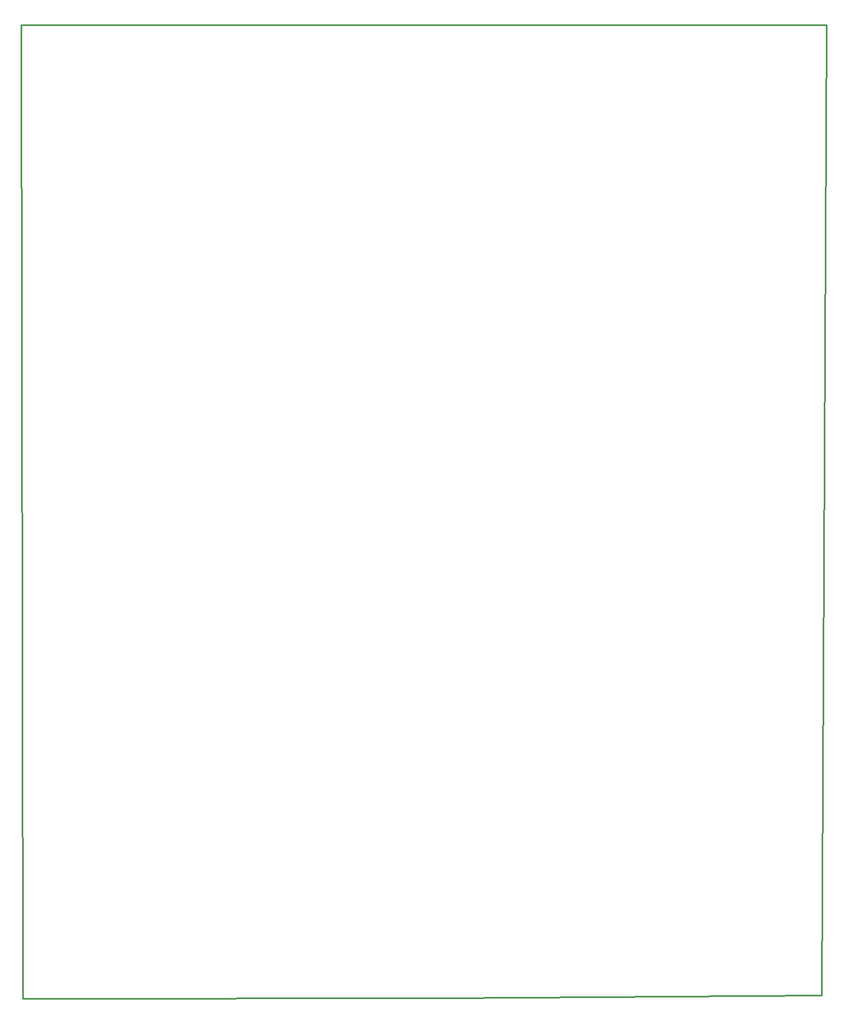
<source format=gko>
G04 Layer: BoardOutlineLayer*
G04 EasyEDA v6.5.51, 2025-11-17 10:52:57*
G04 3e288904024a45bc9db40e04d1f5bb92,1baaa656111f43739499d1d4c9c00a24,10*
G04 Gerber Generator version 0.2*
G04 Scale: 100 percent, Rotated: No, Reflected: No *
G04 Dimensions in inches *
G04 leading zeros omitted , absolute positions ,3 integer and 6 decimal *
%FSLAX36Y36*%
%MOIN*%

%ADD10C,0.0100*%
%ADD11C,0.0143*%
D10*
X280000Y2580000D02*
G01*
X5240000Y2580000D01*
X5210000Y-3390000D01*
X2900000Y-3405000D01*
X290000Y-3410000D01*
X280000Y2580000D01*

%LPD*%
M02*

</source>
